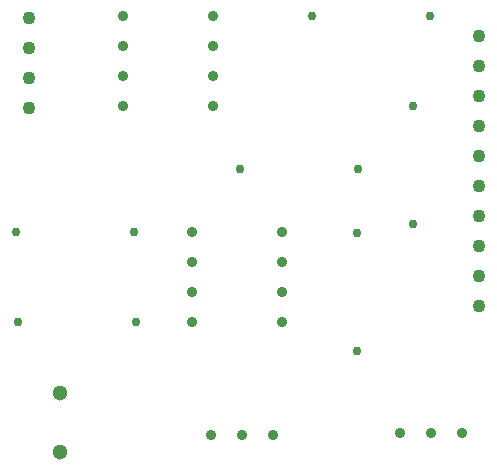
<source format=gbr>
%TF.GenerationSoftware,Altium Limited,Altium Designer,24.10.1 (45)*%
G04 Layer_Color=0*
%FSLAX45Y45*%
%MOMM*%
%TF.SameCoordinates,47669921-03A9-45D4-BEC5-7B78C51FF8BB*%
%TF.FilePolarity,Positive*%
%TF.FileFunction,Plated,1,2,PTH,Drill*%
%TF.Part,Single*%
G01*
G75*
%TA.AperFunction,ComponentDrill*%
%ADD35C,1.10000*%
%ADD36C,1.30000*%
%ADD37C,0.90000*%
%ADD38C,0.90000*%
%ADD39C,0.75000*%
%ADD40C,0.75000*%
D35*
X266700Y3238500D02*
D03*
Y3492500D02*
D03*
Y4000500D02*
D03*
Y3746500D02*
D03*
X4076700Y2070100D02*
D03*
Y2324100D02*
D03*
Y2832100D02*
D03*
Y3340100D02*
D03*
Y3848100D02*
D03*
Y3594100D02*
D03*
Y3086100D02*
D03*
Y2578100D02*
D03*
Y1816100D02*
D03*
Y1562100D02*
D03*
D36*
X533400Y821500D02*
D03*
Y321501D02*
D03*
D37*
X3410300Y482600D02*
D03*
X3930300D02*
D03*
X3670300D02*
D03*
X1810100Y469900D02*
D03*
X2330100D02*
D03*
X2070100D02*
D03*
D38*
X1651000Y2184400D02*
D03*
Y1930400D02*
D03*
Y1676400D02*
D03*
Y1422400D02*
D03*
X2413000Y2184400D02*
D03*
Y1930400D02*
D03*
Y1676400D02*
D03*
Y1422400D02*
D03*
X1828800Y3251200D02*
D03*
Y3505200D02*
D03*
Y3759200D02*
D03*
Y4013200D02*
D03*
X1066800Y3251200D02*
D03*
Y3505200D02*
D03*
Y3759200D02*
D03*
Y4013200D02*
D03*
D39*
X3052700Y2717800D02*
D03*
X2052700D02*
D03*
X3662300Y4013200D02*
D03*
X2662300D02*
D03*
X173100Y1422400D02*
D03*
X1173100D02*
D03*
X160400Y2184400D02*
D03*
X1160400D02*
D03*
D40*
X3048000Y1176400D02*
D03*
Y2176400D02*
D03*
X3517900Y2255900D02*
D03*
Y3255900D02*
D03*
%TF.MD5,c3f1f580a2767896a534b1c11c723ef6*%
M02*

</source>
